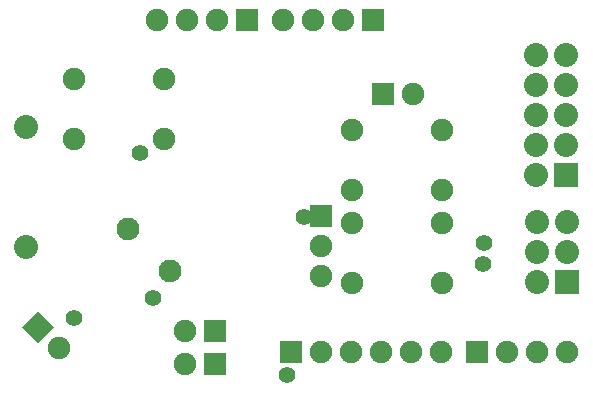
<source format=gbs>
G04 (created by PCBNEW-RS274X (2012-02-05 BZR 3258)-stable) date Пнд 26 Мар 2012 00:08:15*
G01*
G70*
G90*
%MOIN*%
G04 Gerber Fmt 3.4, Leading zero omitted, Abs format*
%FSLAX34Y34*%
G04 APERTURE LIST*
%ADD10C,0.006000*%
%ADD11C,0.075000*%
%ADD12R,0.075000X0.075000*%
%ADD13C,0.080000*%
%ADD14R,0.080000X0.080000*%
%ADD15C,0.076000*%
%ADD16C,0.055000*%
G04 APERTURE END LIST*
G54D10*
G54D11*
X79450Y-28000D03*
X79450Y-30000D03*
X76450Y-28000D03*
X76450Y-30000D03*
X79450Y-24900D03*
X79450Y-26900D03*
X76450Y-24900D03*
X76450Y-26900D03*
X67200Y-25200D03*
X67200Y-23200D03*
X70200Y-25200D03*
X70200Y-23200D03*
G54D12*
X74440Y-32300D03*
G54D11*
X75440Y-32300D03*
X76440Y-32300D03*
X77440Y-32300D03*
X78440Y-32300D03*
X79440Y-32300D03*
G54D12*
X72950Y-21250D03*
G54D11*
X71950Y-21250D03*
X70950Y-21250D03*
X69950Y-21250D03*
G54D12*
X80620Y-32300D03*
G54D11*
X81620Y-32300D03*
X82620Y-32300D03*
X83620Y-32300D03*
G54D12*
X71900Y-32700D03*
G54D11*
X70900Y-32700D03*
G54D12*
X77480Y-23700D03*
G54D11*
X78480Y-23700D03*
G54D12*
X71900Y-31600D03*
G54D11*
X70900Y-31600D03*
G54D13*
X65600Y-24800D03*
X65600Y-28800D03*
G54D14*
X83580Y-26400D03*
G54D13*
X82580Y-26400D03*
X83580Y-25400D03*
X82580Y-25400D03*
X83580Y-24400D03*
X82580Y-24400D03*
X83580Y-23400D03*
X82580Y-23400D03*
X83580Y-22400D03*
X82580Y-22400D03*
G54D14*
X83640Y-29960D03*
G54D13*
X82640Y-29960D03*
X83640Y-28960D03*
X82640Y-28960D03*
X83640Y-27960D03*
X82640Y-27960D03*
G54D15*
X70407Y-29607D03*
X68993Y-28193D03*
G54D12*
X75440Y-27760D03*
G54D11*
X75440Y-28760D03*
X75440Y-29760D03*
G54D12*
X77150Y-21250D03*
G54D11*
X76150Y-21250D03*
X75150Y-21250D03*
X74150Y-21250D03*
G54D10*
G36*
X65456Y-31466D02*
X65986Y-30936D01*
X66516Y-31466D01*
X65986Y-31996D01*
X65456Y-31466D01*
X65456Y-31466D01*
G37*
G54D11*
X66694Y-32174D03*
G54D16*
X80820Y-29380D03*
X80860Y-28660D03*
X74280Y-33080D03*
X69840Y-30500D03*
X67180Y-31160D03*
X69400Y-25660D03*
X74860Y-27800D03*
M02*

</source>
